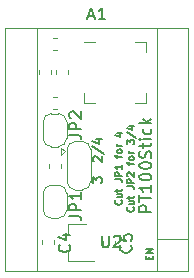
<source format=gbr>
G04 #@! TF.GenerationSoftware,KiCad,Pcbnew,(5.1.5)-3*
G04 #@! TF.CreationDate,2021-01-22T12:57:20-06:00*
G04 #@! TF.ProjectId,pt100stick,70743130-3073-4746-9963-6b2e6b696361,rev?*
G04 #@! TF.SameCoordinates,Original*
G04 #@! TF.FileFunction,Legend,Top*
G04 #@! TF.FilePolarity,Positive*
%FSLAX46Y46*%
G04 Gerber Fmt 4.6, Leading zero omitted, Abs format (unit mm)*
G04 Created by KiCad (PCBNEW (5.1.5)-3) date 2021-01-22 12:57:20*
%MOMM*%
%LPD*%
G04 APERTURE LIST*
%ADD10C,0.150000*%
%ADD11C,0.120000*%
G04 APERTURE END LIST*
D10*
X153030242Y-89342857D02*
X153030242Y-89142857D01*
X153344528Y-89057142D02*
X153344528Y-89342857D01*
X152744528Y-89342857D01*
X152744528Y-89057142D01*
X153344528Y-88800000D02*
X152744528Y-88800000D01*
X153344528Y-88457142D01*
X152744528Y-88457142D01*
X153195280Y-85311761D02*
X152195280Y-85311761D01*
X152195280Y-84930809D01*
X152242900Y-84835571D01*
X152290519Y-84787952D01*
X152385757Y-84740333D01*
X152528614Y-84740333D01*
X152623852Y-84787952D01*
X152671471Y-84835571D01*
X152719090Y-84930809D01*
X152719090Y-85311761D01*
X152195280Y-84454619D02*
X152195280Y-83883190D01*
X153195280Y-84168904D02*
X152195280Y-84168904D01*
X153195280Y-83026047D02*
X153195280Y-83597476D01*
X153195280Y-83311761D02*
X152195280Y-83311761D01*
X152338138Y-83407000D01*
X152433376Y-83502238D01*
X152480995Y-83597476D01*
X152195280Y-82407000D02*
X152195280Y-82311761D01*
X152242900Y-82216523D01*
X152290519Y-82168904D01*
X152385757Y-82121285D01*
X152576233Y-82073666D01*
X152814328Y-82073666D01*
X153004804Y-82121285D01*
X153100042Y-82168904D01*
X153147661Y-82216523D01*
X153195280Y-82311761D01*
X153195280Y-82407000D01*
X153147661Y-82502238D01*
X153100042Y-82549857D01*
X153004804Y-82597476D01*
X152814328Y-82645095D01*
X152576233Y-82645095D01*
X152385757Y-82597476D01*
X152290519Y-82549857D01*
X152242900Y-82502238D01*
X152195280Y-82407000D01*
X152195280Y-81454619D02*
X152195280Y-81359380D01*
X152242900Y-81264142D01*
X152290519Y-81216523D01*
X152385757Y-81168904D01*
X152576233Y-81121285D01*
X152814328Y-81121285D01*
X153004804Y-81168904D01*
X153100042Y-81216523D01*
X153147661Y-81264142D01*
X153195280Y-81359380D01*
X153195280Y-81454619D01*
X153147661Y-81549857D01*
X153100042Y-81597476D01*
X153004804Y-81645095D01*
X152814328Y-81692714D01*
X152576233Y-81692714D01*
X152385757Y-81645095D01*
X152290519Y-81597476D01*
X152242900Y-81549857D01*
X152195280Y-81454619D01*
X153147661Y-80740333D02*
X153195280Y-80597476D01*
X153195280Y-80359380D01*
X153147661Y-80264142D01*
X153100042Y-80216523D01*
X153004804Y-80168904D01*
X152909566Y-80168904D01*
X152814328Y-80216523D01*
X152766709Y-80264142D01*
X152719090Y-80359380D01*
X152671471Y-80549857D01*
X152623852Y-80645095D01*
X152576233Y-80692714D01*
X152480995Y-80740333D01*
X152385757Y-80740333D01*
X152290519Y-80692714D01*
X152242900Y-80645095D01*
X152195280Y-80549857D01*
X152195280Y-80311761D01*
X152242900Y-80168904D01*
X152528614Y-79883190D02*
X152528614Y-79502238D01*
X152195280Y-79740333D02*
X153052423Y-79740333D01*
X153147661Y-79692714D01*
X153195280Y-79597476D01*
X153195280Y-79502238D01*
X153195280Y-79168904D02*
X152528614Y-79168904D01*
X152195280Y-79168904D02*
X152242900Y-79216523D01*
X152290519Y-79168904D01*
X152242900Y-79121285D01*
X152195280Y-79168904D01*
X152290519Y-79168904D01*
X153147661Y-78264142D02*
X153195280Y-78359380D01*
X153195280Y-78549857D01*
X153147661Y-78645095D01*
X153100042Y-78692714D01*
X153004804Y-78740333D01*
X152719090Y-78740333D01*
X152623852Y-78692714D01*
X152576233Y-78645095D01*
X152528614Y-78549857D01*
X152528614Y-78359380D01*
X152576233Y-78264142D01*
X153195280Y-77835571D02*
X152195280Y-77835571D01*
X152814328Y-77740333D02*
X153195280Y-77454619D01*
X152528614Y-77454619D02*
X152909566Y-77835571D01*
X151687185Y-84932428D02*
X151715757Y-84961000D01*
X151744328Y-85046714D01*
X151744328Y-85103857D01*
X151715757Y-85189571D01*
X151658614Y-85246714D01*
X151601471Y-85275285D01*
X151487185Y-85303857D01*
X151401471Y-85303857D01*
X151287185Y-85275285D01*
X151230042Y-85246714D01*
X151172900Y-85189571D01*
X151144328Y-85103857D01*
X151144328Y-85046714D01*
X151172900Y-84961000D01*
X151201471Y-84932428D01*
X151344328Y-84418142D02*
X151744328Y-84418142D01*
X151344328Y-84675285D02*
X151658614Y-84675285D01*
X151715757Y-84646714D01*
X151744328Y-84589571D01*
X151744328Y-84503857D01*
X151715757Y-84446714D01*
X151687185Y-84418142D01*
X151344328Y-84218142D02*
X151344328Y-83989571D01*
X151144328Y-84132428D02*
X151658614Y-84132428D01*
X151715757Y-84103857D01*
X151744328Y-84046714D01*
X151744328Y-83989571D01*
X151144328Y-83161000D02*
X151572900Y-83161000D01*
X151658614Y-83189571D01*
X151715757Y-83246714D01*
X151744328Y-83332428D01*
X151744328Y-83389571D01*
X151744328Y-82875285D02*
X151144328Y-82875285D01*
X151144328Y-82646714D01*
X151172900Y-82589571D01*
X151201471Y-82561000D01*
X151258614Y-82532428D01*
X151344328Y-82532428D01*
X151401471Y-82561000D01*
X151430042Y-82589571D01*
X151458614Y-82646714D01*
X151458614Y-82875285D01*
X151201471Y-82303857D02*
X151172900Y-82275285D01*
X151144328Y-82218142D01*
X151144328Y-82075285D01*
X151172900Y-82018142D01*
X151201471Y-81989571D01*
X151258614Y-81961000D01*
X151315757Y-81961000D01*
X151401471Y-81989571D01*
X151744328Y-82332428D01*
X151744328Y-81961000D01*
X151344328Y-81332428D02*
X151344328Y-81103857D01*
X151744328Y-81246714D02*
X151230042Y-81246714D01*
X151172900Y-81218142D01*
X151144328Y-81161000D01*
X151144328Y-81103857D01*
X151744328Y-80818142D02*
X151715757Y-80875285D01*
X151687185Y-80903857D01*
X151630042Y-80932428D01*
X151458614Y-80932428D01*
X151401471Y-80903857D01*
X151372900Y-80875285D01*
X151344328Y-80818142D01*
X151344328Y-80732428D01*
X151372900Y-80675285D01*
X151401471Y-80646714D01*
X151458614Y-80618142D01*
X151630042Y-80618142D01*
X151687185Y-80646714D01*
X151715757Y-80675285D01*
X151744328Y-80732428D01*
X151744328Y-80818142D01*
X151744328Y-80361000D02*
X151344328Y-80361000D01*
X151458614Y-80361000D02*
X151401471Y-80332428D01*
X151372900Y-80303857D01*
X151344328Y-80246714D01*
X151344328Y-80189571D01*
X151144328Y-79589571D02*
X151144328Y-79218142D01*
X151372900Y-79418142D01*
X151372900Y-79332428D01*
X151401471Y-79275285D01*
X151430042Y-79246714D01*
X151487185Y-79218142D01*
X151630042Y-79218142D01*
X151687185Y-79246714D01*
X151715757Y-79275285D01*
X151744328Y-79332428D01*
X151744328Y-79503857D01*
X151715757Y-79561000D01*
X151687185Y-79589571D01*
X151115757Y-78532428D02*
X151887185Y-79046714D01*
X151344328Y-78075285D02*
X151744328Y-78075285D01*
X151115757Y-78218142D02*
X151544328Y-78361000D01*
X151544328Y-77989571D01*
X150671185Y-84332428D02*
X150699757Y-84361000D01*
X150728328Y-84446714D01*
X150728328Y-84503857D01*
X150699757Y-84589571D01*
X150642614Y-84646714D01*
X150585471Y-84675285D01*
X150471185Y-84703857D01*
X150385471Y-84703857D01*
X150271185Y-84675285D01*
X150214042Y-84646714D01*
X150156900Y-84589571D01*
X150128328Y-84503857D01*
X150128328Y-84446714D01*
X150156900Y-84361000D01*
X150185471Y-84332428D01*
X150328328Y-83818142D02*
X150728328Y-83818142D01*
X150328328Y-84075285D02*
X150642614Y-84075285D01*
X150699757Y-84046714D01*
X150728328Y-83989571D01*
X150728328Y-83903857D01*
X150699757Y-83846714D01*
X150671185Y-83818142D01*
X150328328Y-83618142D02*
X150328328Y-83389571D01*
X150128328Y-83532428D02*
X150642614Y-83532428D01*
X150699757Y-83503857D01*
X150728328Y-83446714D01*
X150728328Y-83389571D01*
X150128328Y-82561000D02*
X150556900Y-82561000D01*
X150642614Y-82589571D01*
X150699757Y-82646714D01*
X150728328Y-82732428D01*
X150728328Y-82789571D01*
X150728328Y-82275285D02*
X150128328Y-82275285D01*
X150128328Y-82046714D01*
X150156900Y-81989571D01*
X150185471Y-81961000D01*
X150242614Y-81932428D01*
X150328328Y-81932428D01*
X150385471Y-81961000D01*
X150414042Y-81989571D01*
X150442614Y-82046714D01*
X150442614Y-82275285D01*
X150728328Y-81361000D02*
X150728328Y-81703857D01*
X150728328Y-81532428D02*
X150128328Y-81532428D01*
X150214042Y-81589571D01*
X150271185Y-81646714D01*
X150299757Y-81703857D01*
X150328328Y-80732428D02*
X150328328Y-80503857D01*
X150728328Y-80646714D02*
X150214042Y-80646714D01*
X150156900Y-80618142D01*
X150128328Y-80561000D01*
X150128328Y-80503857D01*
X150728328Y-80218142D02*
X150699757Y-80275285D01*
X150671185Y-80303857D01*
X150614042Y-80332428D01*
X150442614Y-80332428D01*
X150385471Y-80303857D01*
X150356900Y-80275285D01*
X150328328Y-80218142D01*
X150328328Y-80132428D01*
X150356900Y-80075285D01*
X150385471Y-80046714D01*
X150442614Y-80018142D01*
X150614042Y-80018142D01*
X150671185Y-80046714D01*
X150699757Y-80075285D01*
X150728328Y-80132428D01*
X150728328Y-80218142D01*
X150728328Y-79761000D02*
X150328328Y-79761000D01*
X150442614Y-79761000D02*
X150385471Y-79732428D01*
X150356900Y-79703857D01*
X150328328Y-79646714D01*
X150328328Y-79589571D01*
X150328328Y-78675285D02*
X150728328Y-78675285D01*
X150099757Y-78818142D02*
X150528328Y-78961000D01*
X150528328Y-78589571D01*
X148242785Y-82863500D02*
X148242785Y-82399214D01*
X148528500Y-82649214D01*
X148528500Y-82542071D01*
X148564214Y-82470642D01*
X148599928Y-82434928D01*
X148671357Y-82399214D01*
X148849928Y-82399214D01*
X148921357Y-82434928D01*
X148957071Y-82470642D01*
X148992785Y-82542071D01*
X148992785Y-82756357D01*
X148957071Y-82827785D01*
X148921357Y-82863500D01*
X148314214Y-81037785D02*
X148278500Y-81002071D01*
X148242785Y-80930642D01*
X148242785Y-80752071D01*
X148278500Y-80680642D01*
X148314214Y-80644928D01*
X148385642Y-80609214D01*
X148457071Y-80609214D01*
X148564214Y-80644928D01*
X148992785Y-81073500D01*
X148992785Y-80609214D01*
X148207071Y-79752071D02*
X149171357Y-80394928D01*
X148492785Y-79180642D02*
X148992785Y-79180642D01*
X148207071Y-79359214D02*
X148742785Y-79537785D01*
X148742785Y-79073500D01*
D11*
X156340000Y-87630000D02*
X153670000Y-87630000D01*
X156340000Y-69720000D02*
X140840000Y-69720000D01*
X156340000Y-90300000D02*
X156340000Y-69720000D01*
X140840000Y-90300000D02*
X156340000Y-90300000D01*
X140840000Y-69720000D02*
X140840000Y-90300000D01*
X143510000Y-69720000D02*
X143510000Y-72390000D01*
X143510000Y-72390000D02*
X143510000Y-90300000D01*
X153670000Y-69720000D02*
X153670000Y-90300000D01*
X149146800Y-87814333D02*
X149146800Y-88156867D01*
X150166800Y-87814333D02*
X150166800Y-88156867D01*
X146188400Y-86354800D02*
X147648400Y-86354800D01*
X146188400Y-89514800D02*
X148348400Y-89514800D01*
X146188400Y-89514800D02*
X146188400Y-88584800D01*
X146188400Y-86354800D02*
X146188400Y-87284800D01*
X144934400Y-88043867D02*
X144934400Y-87701333D01*
X143914400Y-88043867D02*
X143914400Y-87701333D01*
X147366000Y-79357000D02*
G75*
G02X148066000Y-80057000I0J-700000D01*
G01*
X146066000Y-80057000D02*
G75*
G02X146766000Y-79357000I700000J0D01*
G01*
X146766000Y-83457000D02*
G75*
G02X146066000Y-82757000I0J700000D01*
G01*
X148066000Y-82757000D02*
G75*
G02X147366000Y-83457000I-700000J0D01*
G01*
X148066000Y-80007000D02*
X148066000Y-82807000D01*
X147366000Y-83457000D02*
X146766000Y-83457000D01*
X146066000Y-82807000D02*
X146066000Y-80007000D01*
X146766000Y-79357000D02*
X147366000Y-79357000D01*
X145866000Y-80207000D02*
X145566000Y-79907000D01*
X145566000Y-79907000D02*
X145566000Y-80507000D01*
X145866000Y-80207000D02*
X145566000Y-80507000D01*
X146034000Y-77696000D02*
X146034000Y-79096000D01*
X145334000Y-79796000D02*
X144734000Y-79796000D01*
X144034000Y-79096000D02*
X144034000Y-77696000D01*
X144734000Y-76996000D02*
X145334000Y-76996000D01*
X145334000Y-76996000D02*
G75*
G02X146034000Y-77696000I0J-700000D01*
G01*
X144034000Y-77696000D02*
G75*
G02X144734000Y-76996000I700000J0D01*
G01*
X144734000Y-79796000D02*
G75*
G02X144034000Y-79096000I0J700000D01*
G01*
X146034000Y-79096000D02*
G75*
G02X145334000Y-79796000I-700000J0D01*
G01*
X144034000Y-85155000D02*
X144034000Y-83755000D01*
X144734000Y-83055000D02*
X145334000Y-83055000D01*
X146034000Y-83755000D02*
X146034000Y-85155000D01*
X145334000Y-85855000D02*
X144734000Y-85855000D01*
X144734000Y-85855000D02*
G75*
G02X144034000Y-85155000I0J700000D01*
G01*
X146034000Y-85155000D02*
G75*
G02X145334000Y-85855000I-700000J0D01*
G01*
X145334000Y-83055000D02*
G75*
G02X146034000Y-83755000I0J-700000D01*
G01*
X144034000Y-83755000D02*
G75*
G02X144734000Y-83055000I700000J0D01*
G01*
X145159000Y-73347733D02*
X145159000Y-73690267D01*
X146179000Y-73347733D02*
X146179000Y-73690267D01*
X145219267Y-75563000D02*
X144876733Y-75563000D01*
X145219267Y-76583000D02*
X144876733Y-76583000D01*
X144876733Y-71630000D02*
X145219267Y-71630000D01*
X144876733Y-70610000D02*
X145219267Y-70610000D01*
X143685800Y-73347733D02*
X143685800Y-73690267D01*
X144705800Y-73347733D02*
X144705800Y-73690267D01*
X144524000Y-81235733D02*
X144524000Y-81578267D01*
X145544000Y-81235733D02*
X145544000Y-81578267D01*
X151824000Y-70923000D02*
X152724000Y-70923000D01*
X152724000Y-70923000D02*
X152724000Y-71823000D01*
X148404000Y-76143000D02*
X147504000Y-76143000D01*
X147504000Y-76143000D02*
X147504000Y-75243000D01*
X151824000Y-76143000D02*
X152724000Y-76143000D01*
X152724000Y-76143000D02*
X152724000Y-75243000D01*
X148404000Y-70923000D02*
X147504000Y-70923000D01*
D10*
X147875714Y-68746666D02*
X148351904Y-68746666D01*
X147780476Y-69032380D02*
X148113809Y-68032380D01*
X148447142Y-69032380D01*
X149304285Y-69032380D02*
X148732857Y-69032380D01*
X149018571Y-69032380D02*
X149018571Y-68032380D01*
X148923333Y-68175238D01*
X148828095Y-68270476D01*
X148732857Y-68318095D01*
X151443942Y-88152266D02*
X151491561Y-88199885D01*
X151539180Y-88342742D01*
X151539180Y-88437980D01*
X151491561Y-88580838D01*
X151396323Y-88676076D01*
X151301085Y-88723695D01*
X151110609Y-88771314D01*
X150967752Y-88771314D01*
X150777276Y-88723695D01*
X150682038Y-88676076D01*
X150586800Y-88580838D01*
X150539180Y-88437980D01*
X150539180Y-88342742D01*
X150586800Y-88199885D01*
X150634419Y-88152266D01*
X150539180Y-87247504D02*
X150539180Y-87723695D01*
X151015371Y-87771314D01*
X150967752Y-87723695D01*
X150920133Y-87628457D01*
X150920133Y-87390361D01*
X150967752Y-87295123D01*
X151015371Y-87247504D01*
X151110609Y-87199885D01*
X151348704Y-87199885D01*
X151443942Y-87247504D01*
X151491561Y-87295123D01*
X151539180Y-87390361D01*
X151539180Y-87628457D01*
X151491561Y-87723695D01*
X151443942Y-87771314D01*
X149031295Y-87336380D02*
X149031295Y-88145904D01*
X149078914Y-88241142D01*
X149126533Y-88288761D01*
X149221771Y-88336380D01*
X149412247Y-88336380D01*
X149507485Y-88288761D01*
X149555104Y-88241142D01*
X149602723Y-88145904D01*
X149602723Y-87336380D01*
X150031295Y-87431619D02*
X150078914Y-87384000D01*
X150174152Y-87336380D01*
X150412247Y-87336380D01*
X150507485Y-87384000D01*
X150555104Y-87431619D01*
X150602723Y-87526857D01*
X150602723Y-87622095D01*
X150555104Y-87764952D01*
X149983676Y-88336380D01*
X150602723Y-88336380D01*
X146254742Y-88101466D02*
X146302361Y-88149085D01*
X146349980Y-88291942D01*
X146349980Y-88387180D01*
X146302361Y-88530038D01*
X146207123Y-88625276D01*
X146111885Y-88672895D01*
X145921409Y-88720514D01*
X145778552Y-88720514D01*
X145588076Y-88672895D01*
X145492838Y-88625276D01*
X145397600Y-88530038D01*
X145349980Y-88387180D01*
X145349980Y-88291942D01*
X145397600Y-88149085D01*
X145445219Y-88101466D01*
X145683314Y-87244323D02*
X146349980Y-87244323D01*
X145302361Y-87482419D02*
X146016647Y-87720514D01*
X146016647Y-87101466D01*
X146264380Y-78811333D02*
X146978666Y-78811333D01*
X147121523Y-78858952D01*
X147216761Y-78954190D01*
X147264380Y-79097047D01*
X147264380Y-79192285D01*
X147264380Y-78335142D02*
X146264380Y-78335142D01*
X146264380Y-77954190D01*
X146312000Y-77858952D01*
X146359619Y-77811333D01*
X146454857Y-77763714D01*
X146597714Y-77763714D01*
X146692952Y-77811333D01*
X146740571Y-77858952D01*
X146788190Y-77954190D01*
X146788190Y-78335142D01*
X146359619Y-77382761D02*
X146312000Y-77335142D01*
X146264380Y-77239904D01*
X146264380Y-77001809D01*
X146312000Y-76906571D01*
X146359619Y-76858952D01*
X146454857Y-76811333D01*
X146550095Y-76811333D01*
X146692952Y-76858952D01*
X147264380Y-77430380D01*
X147264380Y-76811333D01*
X146264380Y-85669333D02*
X146978666Y-85669333D01*
X147121523Y-85716952D01*
X147216761Y-85812190D01*
X147264380Y-85955047D01*
X147264380Y-86050285D01*
X147264380Y-85193142D02*
X146264380Y-85193142D01*
X146264380Y-84812190D01*
X146312000Y-84716952D01*
X146359619Y-84669333D01*
X146454857Y-84621714D01*
X146597714Y-84621714D01*
X146692952Y-84669333D01*
X146740571Y-84716952D01*
X146788190Y-84812190D01*
X146788190Y-85193142D01*
X147264380Y-83669333D02*
X147264380Y-84240761D01*
X147264380Y-83955047D02*
X146264380Y-83955047D01*
X146407238Y-84050285D01*
X146502476Y-84145523D01*
X146550095Y-84240761D01*
M02*

</source>
